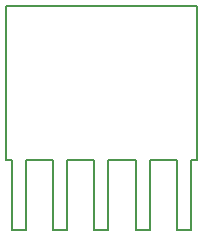
<source format=gm1>
G04 #@! TF.GenerationSoftware,KiCad,Pcbnew,(5.1.0)-1*
G04 #@! TF.CreationDate,2019-05-30T22:41:52-04:00*
G04 #@! TF.ProjectId,phoenix-adapter,70686f65-6e69-4782-9d61-646170746572,0.1*
G04 #@! TF.SameCoordinates,Original*
G04 #@! TF.FileFunction,Profile,NP*
%FSLAX46Y46*%
G04 Gerber Fmt 4.6, Leading zero omitted, Abs format (unit mm)*
G04 Created by KiCad (PCBNEW (5.1.0)-1) date 2019-05-30 22:41:52*
%MOMM*%
%LPD*%
G04 APERTURE LIST*
%ADD10C,0.150000*%
G04 APERTURE END LIST*
D10*
X147300000Y-121300000D02*
X147800000Y-121300000D01*
X143800000Y-121300000D02*
X146100000Y-121300000D01*
X140300000Y-121300000D02*
X142600000Y-121300000D01*
X136800000Y-121300000D02*
X139100000Y-121300000D01*
X133300000Y-121300000D02*
X135600000Y-121300000D01*
X131600000Y-121300000D02*
X132100000Y-121300000D01*
X142600000Y-127300000D02*
X143800000Y-127300000D01*
X143800000Y-127300000D02*
X143800000Y-121300000D01*
X147300000Y-127300000D02*
X147300000Y-121300000D01*
X146100000Y-121300000D02*
X146100000Y-127300000D01*
X146100000Y-127300000D02*
X147300000Y-127300000D01*
X142600000Y-121300000D02*
X142600000Y-127300000D01*
X133300000Y-127300000D02*
X133300000Y-121300000D01*
X132100000Y-127300000D02*
X133300000Y-127300000D01*
X132100000Y-121300000D02*
X132100000Y-127300000D01*
X136800000Y-127300000D02*
X136800000Y-121300000D01*
X135600000Y-127300000D02*
X136800000Y-127300000D01*
X135600000Y-121300000D02*
X135600000Y-127300000D01*
X140300000Y-127300000D02*
X140300000Y-121300000D01*
X139100000Y-127300000D02*
X140300000Y-127300000D01*
X139100000Y-121300000D02*
X139100000Y-127300000D01*
X147800000Y-108300000D02*
X147800000Y-121300000D01*
X131600000Y-108300000D02*
X147800000Y-108300000D01*
X131600000Y-108300000D02*
X131600000Y-121300000D01*
M02*

</source>
